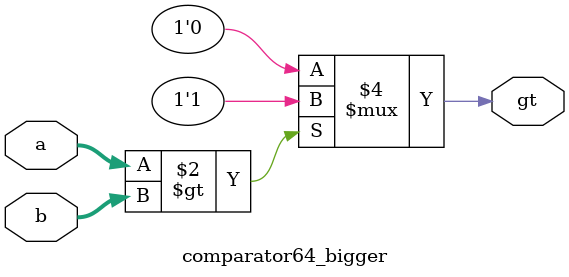
<source format=v>
module comparator64_bigger(
    input [63:0] a,
    input [63:0] b,
    output reg gt
);
    always @(*) begin
         if (a > b) begin
            gt = 1;
         end else begin
            gt = 0;
	 end
	 end
endmodule

</source>
